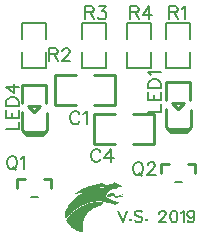
<source format=gto>
G04 Layer: TopSilkLayer*
G04 EasyEDA v6.2.44, 2019-09-24T20:15:28+02:00*
G04 525ee883efe64d3eb70f5621e6c7a3e3,c85b667672964722a5a42a972ddb0a92,10*
G04 Gerber Generator version 0.2*
G04 Scale: 100 percent, Rotated: No, Reflected: No *
G04 Dimensions in millimeters *
G04 leading zeros omitted , absolute positions ,3 integer and 3 decimal *
%FSLAX33Y33*%
%MOMM*%
G90*
G71D02*

%ADD10C,0.254000*%
%ADD16C,0.199898*%
%ADD17C,0.200000*%
%ADD18C,0.177800*%
%ADD19C,0.203200*%

%LPD*%

%LPD*%
G36*
G01X9747Y3764D02*
G01X9720Y3768D01*
G01X9670Y3762D01*
G01X9598Y3745D01*
G01X9502Y3720D01*
G01X9417Y3695D01*
G01X9346Y3671D01*
G01X9294Y3653D01*
G01X9271Y3641D01*
G01X9261Y3629D01*
G01X9250Y3608D01*
G01X9237Y3582D01*
G01X9224Y3553D01*
G01X9195Y3483D01*
G01X9281Y3433D01*
G01X9368Y3382D01*
G01X9471Y3434D01*
G01X9522Y3456D01*
G01X9575Y3472D01*
G01X9628Y3480D01*
G01X9680Y3481D01*
G01X9732Y3476D01*
G01X9783Y3463D01*
G01X9831Y3443D01*
G01X9878Y3416D01*
G01X9927Y3387D01*
G01X9971Y3372D01*
G01X10029Y3369D01*
G01X10122Y3375D01*
G01X10218Y3382D01*
G01X10306Y3391D01*
G01X10384Y3401D01*
G01X10450Y3411D01*
G01X10504Y3422D01*
G01X10544Y3433D01*
G01X10568Y3444D01*
G01X10577Y3455D01*
G01X10568Y3470D01*
G01X10541Y3483D01*
G01X10489Y3495D01*
G01X10410Y3505D01*
G01X10392Y3511D01*
G01X10395Y3524D01*
G01X10424Y3550D01*
G01X10481Y3593D01*
G01X10574Y3664D01*
G01X10617Y3704D01*
G01X10607Y3711D01*
G01X10545Y3684D01*
G01X10480Y3652D01*
G01X10412Y3622D01*
G01X10346Y3594D01*
G01X10282Y3569D01*
G01X10222Y3549D01*
G01X10170Y3533D01*
G01X10127Y3523D01*
G01X10097Y3519D01*
G01X10030Y3526D01*
G01X9972Y3543D01*
G01X9927Y3567D01*
G01X9904Y3597D01*
G01X9882Y3636D01*
G01X9839Y3686D01*
G01X9791Y3732D01*
G01X9747Y3764D01*
G37*

%LPD*%
G36*
G01X9865Y4647D02*
G01X9825Y4652D01*
G01X9796Y4648D01*
G01X9771Y4634D01*
G01X9744Y4608D01*
G01X9682Y4556D01*
G01X9607Y4517D01*
G01X9525Y4493D01*
G01X9444Y4488D01*
G01X9402Y4488D01*
G01X9361Y4483D01*
G01X9322Y4473D01*
G01X9287Y4459D01*
G01X9247Y4440D01*
G01X9219Y4435D01*
G01X9189Y4446D01*
G01X9146Y4473D01*
G01X9071Y4516D01*
G01X8987Y4551D01*
G01X8894Y4580D01*
G01X8792Y4601D01*
G01X8728Y4609D01*
G01X8671Y4606D01*
G01X8600Y4588D01*
G01X8494Y4553D01*
G01X8451Y4538D01*
G01X8401Y4523D01*
G01X8346Y4507D01*
G01X8289Y4491D01*
G01X8171Y4461D01*
G01X8115Y4448D01*
G01X8062Y4436D01*
G01X8003Y4424D01*
G01X7945Y4410D01*
G01X7831Y4382D01*
G01X7776Y4367D01*
G01X7721Y4351D01*
G01X7667Y4334D01*
G01X7614Y4318D01*
G01X7509Y4281D01*
G01X7407Y4241D01*
G01X7306Y4199D01*
G01X7256Y4176D01*
G01X7206Y4152D01*
G01X7150Y4124D01*
G01X7088Y4091D01*
G01X7022Y4054D01*
G01X6953Y4015D01*
G01X6884Y3973D01*
G01X6816Y3931D01*
G01X6752Y3891D01*
G01X6692Y3852D01*
G01X6640Y3816D01*
G01X6597Y3784D01*
G01X6564Y3758D01*
G01X6544Y3739D01*
G01X6533Y3723D01*
G01X6536Y3714D01*
G01X6556Y3710D01*
G01X6596Y3709D01*
G01X6644Y3713D01*
G01X6715Y3726D01*
G01X6802Y3744D01*
G01X6894Y3766D01*
G01X6983Y3788D01*
G01X7066Y3806D01*
G01X7132Y3818D01*
G01X7172Y3823D01*
G01X7195Y3818D01*
G01X7182Y3800D01*
G01X7126Y3761D01*
G01X7018Y3695D01*
G01X6961Y3661D01*
G01X6906Y3626D01*
G01X6851Y3590D01*
G01X6797Y3552D01*
G01X6744Y3515D01*
G01X6692Y3476D01*
G01X6641Y3437D01*
G01X6541Y3355D01*
G01X6492Y3313D01*
G01X6444Y3270D01*
G01X6352Y3182D01*
G01X6306Y3136D01*
G01X6262Y3090D01*
G01X6218Y3043D01*
G01X6176Y2995D01*
G01X6134Y2946D01*
G01X6093Y2897D01*
G01X6053Y2847D01*
G01X6014Y2796D01*
G01X5938Y2690D01*
G01X5901Y2637D01*
G01X5866Y2583D01*
G01X5831Y2527D01*
G01X5797Y2471D01*
G01X5764Y2414D01*
G01X5701Y2300D01*
G01X5664Y2220D01*
G01X5645Y2155D01*
G01X5637Y2087D01*
G01X5636Y2039D01*
G01X5640Y1982D01*
G01X5646Y1919D01*
G01X5656Y1852D01*
G01X5667Y1784D01*
G01X5681Y1718D01*
G01X5697Y1656D01*
G01X5715Y1600D01*
G01X5738Y1532D01*
G01X5861Y1688D01*
G01X5897Y1731D01*
G01X5938Y1779D01*
G01X5982Y1829D01*
G01X6030Y1881D01*
G01X6080Y1933D01*
G01X6132Y1987D01*
G01X6185Y2040D01*
G01X6238Y2092D01*
G01X6291Y2143D01*
G01X6343Y2191D01*
G01X6393Y2236D01*
G01X6440Y2277D01*
G01X6484Y2314D01*
G01X6523Y2345D01*
G01X6558Y2371D01*
G01X6587Y2390D01*
G01X6640Y2421D01*
G01X6695Y2455D01*
G01X6747Y2488D01*
G01X6789Y2517D01*
G01X6840Y2551D01*
G01X6894Y2585D01*
G01X6948Y2618D01*
G01X7005Y2650D01*
G01X7123Y2712D01*
G01X7184Y2741D01*
G01X7246Y2769D01*
G01X7308Y2796D01*
G01X7372Y2821D01*
G01X7435Y2846D01*
G01X7500Y2869D01*
G01X7555Y2887D01*
G01X7614Y2906D01*
G01X7672Y2924D01*
G01X7730Y2940D01*
G01X7783Y2955D01*
G01X7830Y2966D01*
G01X7868Y2975D01*
G01X7897Y2980D01*
G01X7925Y2985D01*
G01X7971Y2993D01*
G01X8030Y3004D01*
G01X8096Y3017D01*
G01X8155Y3028D01*
G01X8215Y3036D01*
G01X8277Y3043D01*
G01X8340Y3049D01*
G01X8403Y3053D01*
G01X8466Y3055D01*
G01X8529Y3056D01*
G01X8591Y3055D01*
G01X8652Y3053D01*
G01X8712Y3049D01*
G01X8770Y3043D01*
G01X8825Y3036D01*
G01X8877Y3027D01*
G01X8927Y3017D01*
G01X8973Y3006D01*
G01X9014Y2993D01*
G01X9053Y2981D01*
G01X9117Y2967D01*
G01X9195Y2951D01*
G01X9281Y2934D01*
G01X9327Y2925D01*
G01X9379Y2914D01*
G01X9434Y2902D01*
G01X9545Y2873D01*
G01X9600Y2858D01*
G01X9650Y2843D01*
G01X9696Y2829D01*
G01X9900Y2762D01*
G01X10072Y2852D01*
G01X10139Y2888D01*
G01X10195Y2922D01*
G01X10233Y2947D01*
G01X10249Y2963D01*
G01X10244Y2972D01*
G01X10222Y2984D01*
G01X10189Y2996D01*
G01X10147Y3007D01*
G01X10098Y3020D01*
G01X10045Y3034D01*
G01X9988Y3052D01*
G01X9929Y3071D01*
G01X9867Y3093D01*
G01X9805Y3116D01*
G01X9741Y3141D01*
G01X9677Y3167D01*
G01X9613Y3195D01*
G01X9489Y3251D01*
G01X9431Y3280D01*
G01X9374Y3309D01*
G01X9321Y3337D01*
G01X9273Y3365D01*
G01X9228Y3392D01*
G01X9167Y3433D01*
G01X9137Y3460D01*
G01X9130Y3486D01*
G01X9139Y3523D01*
G01X9155Y3573D01*
G01X9177Y3623D01*
G01X9202Y3672D01*
G01X9231Y3722D01*
G01X9264Y3769D01*
G01X9299Y3816D01*
G01X9337Y3860D01*
G01X9377Y3901D01*
G01X9419Y3940D01*
G01X9462Y3974D01*
G01X9506Y4004D01*
G01X9550Y4029D01*
G01X9592Y4048D01*
G01X9639Y4067D01*
G01X9689Y4083D01*
G01X9741Y4098D01*
G01X9793Y4109D01*
G01X9843Y4118D01*
G01X9891Y4124D01*
G01X9933Y4125D01*
G01X9980Y4128D01*
G01X10015Y4137D01*
G01X10044Y4154D01*
G01X10075Y4182D01*
G01X10103Y4207D01*
G01X10137Y4231D01*
G01X10175Y4253D01*
G01X10211Y4270D01*
G01X10264Y4287D01*
G01X10318Y4292D01*
G01X10396Y4285D01*
G01X10520Y4267D01*
G01X10587Y4256D01*
G01X10512Y4322D01*
G01X10469Y4357D01*
G01X10422Y4392D01*
G01X10369Y4427D01*
G01X10313Y4461D01*
G01X10254Y4494D01*
G01X10194Y4526D01*
G01X10134Y4555D01*
G01X10074Y4582D01*
G01X10016Y4605D01*
G01X9961Y4623D01*
G01X9911Y4638D01*
G01X9865Y4647D01*
G37*

%LPC*%
G36*
G01X9003Y4274D02*
G01X8967Y4274D01*
G01X8878Y4268D01*
G01X8763Y4256D01*
G01X8661Y4243D01*
G01X8614Y4233D01*
G01X8619Y4228D01*
G01X8639Y4218D01*
G01X8669Y4206D01*
G01X8707Y4193D01*
G01X8807Y4158D01*
G01X8920Y4217D01*
G01X8983Y4250D01*
G01X9010Y4267D01*
G01X9003Y4274D01*
G37*

%LPD*%
G36*
G01X8475Y3020D02*
G01X8428Y3021D01*
G01X8385Y3020D01*
G01X8343Y3018D01*
G01X8302Y3014D01*
G01X8260Y3009D01*
G01X8214Y3002D01*
G01X8163Y2993D01*
G01X8103Y2981D01*
G01X8035Y2967D01*
G01X7954Y2950D01*
G01X7881Y2935D01*
G01X7812Y2919D01*
G01X7747Y2905D01*
G01X7689Y2892D01*
G01X7639Y2880D01*
G01X7599Y2871D01*
G01X7571Y2864D01*
G01X7557Y2859D01*
G01X7533Y2849D01*
G01X7496Y2835D01*
G01X7452Y2817D01*
G01X7405Y2799D01*
G01X7350Y2777D01*
G01X7290Y2751D01*
G01X7228Y2723D01*
G01X7165Y2694D01*
G01X7104Y2664D01*
G01X7049Y2637D01*
G01X6999Y2610D01*
G01X6960Y2587D01*
G01X6889Y2544D01*
G01X6820Y2500D01*
G01X6754Y2457D01*
G01X6691Y2414D01*
G01X6630Y2371D01*
G01X6571Y2329D01*
G01X6516Y2286D01*
G01X6462Y2243D01*
G01X6410Y2201D01*
G01X6361Y2159D01*
G01X6313Y2116D01*
G01X6269Y2074D01*
G01X6214Y2019D01*
G01X6157Y1960D01*
G01X6100Y1899D01*
G01X6043Y1836D01*
G01X5988Y1774D01*
G01X5937Y1713D01*
G01X5890Y1657D01*
G01X5849Y1604D01*
G01X5815Y1559D01*
G01X5789Y1520D01*
G01X5772Y1491D01*
G01X5766Y1473D01*
G01X5775Y1441D01*
G01X5799Y1391D01*
G01X5835Y1327D01*
G01X5881Y1255D01*
G01X5932Y1179D01*
G01X5986Y1103D01*
G01X6040Y1034D01*
G01X6090Y975D01*
G01X6142Y923D01*
G01X6199Y869D01*
G01X6261Y817D01*
G01X6325Y766D01*
G01X6392Y718D01*
G01X6459Y674D01*
G01X6525Y633D01*
G01X6590Y598D01*
G01X6647Y572D01*
G01X6713Y546D01*
G01X6784Y521D01*
G01X6858Y497D01*
G01X6932Y476D01*
G01X7003Y459D01*
G01X7068Y446D01*
G01X7124Y438D01*
G01X7242Y427D01*
G01X7217Y511D01*
G01X7200Y573D01*
G01X7186Y636D01*
G01X7174Y702D01*
G01X7166Y769D01*
G01X7160Y837D01*
G01X7157Y906D01*
G01X7157Y976D01*
G01X7159Y1046D01*
G01X7164Y1117D01*
G01X7172Y1187D01*
G01X7183Y1257D01*
G01X7196Y1326D01*
G01X7211Y1395D01*
G01X7229Y1462D01*
G01X7251Y1528D01*
G01X7274Y1592D01*
G01X7295Y1644D01*
G01X7320Y1696D01*
G01X7347Y1748D01*
G01X7376Y1800D01*
G01X7408Y1852D01*
G01X7442Y1902D01*
G01X7477Y1953D01*
G01X7515Y2002D01*
G01X7554Y2050D01*
G01X7595Y2097D01*
G01X7637Y2142D01*
G01X7680Y2186D01*
G01X7725Y2228D01*
G01X7770Y2267D01*
G01X7816Y2304D01*
G01X7862Y2339D01*
G01X7916Y2375D01*
G01X7975Y2410D01*
G01X8038Y2445D01*
G01X8104Y2479D01*
G01X8171Y2510D01*
G01X8238Y2538D01*
G01X8304Y2564D01*
G01X8368Y2586D01*
G01X8428Y2605D01*
G01X8484Y2618D01*
G01X8533Y2626D01*
G01X8575Y2629D01*
G01X8600Y2634D01*
G01X8625Y2650D01*
G01X8652Y2679D01*
G01X8684Y2725D01*
G01X8715Y2768D01*
G01X8754Y2816D01*
G01X8797Y2863D01*
G01X8839Y2902D01*
G01X8884Y2943D01*
G01X8907Y2970D01*
G01X8912Y2987D01*
G01X8901Y2996D01*
G01X8867Y3002D01*
G01X8797Y3007D01*
G01X8702Y3013D01*
G01X8591Y3017D01*
G01X8529Y3019D01*
G01X8475Y3020D01*
G37*

%LPD*%
G54D16*
G01X14204Y15701D02*
G01X14204Y14380D01*
G01X16275Y14380D01*
G01X16275Y15701D01*
G01X14204Y16833D02*
G01X14204Y18153D01*
G01X16275Y18153D01*
G01X16275Y16833D01*
G01X2012Y15701D02*
G01X2012Y14380D01*
G01X4083Y14380D01*
G01X4083Y15701D01*
G01X2012Y16833D02*
G01X2012Y18153D01*
G01X4083Y18153D01*
G01X4083Y16833D01*
G01X9163Y16810D02*
G01X9163Y18131D01*
G01X7092Y18131D01*
G01X7092Y16810D01*
G01X9163Y15678D02*
G01X9163Y14358D01*
G01X7092Y14358D01*
G01X7092Y15678D01*
G01X12973Y16810D02*
G01X12973Y18131D01*
G01X10902Y18131D01*
G01X10902Y16810D01*
G01X12973Y15678D02*
G01X12973Y14358D01*
G01X10902Y14358D01*
G01X10902Y15678D01*
G54D10*
G01X4064Y11348D02*
G01X4064Y12898D01*
G01X2032Y12898D01*
G01X2032Y11348D01*
G01X4089Y10561D02*
G01X4089Y9088D01*
G01X3683Y8681D01*
G01X2413Y8681D01*
G01X2032Y9062D01*
G01X2032Y10586D01*
G01X3548Y11122D02*
G01X2547Y11122D01*
G01X2547Y11122D01*
G01X3048Y10622D01*
G01X3048Y10622D01*
G01X3548Y11122D01*
G01X3848Y8923D02*
G01X2247Y8923D01*
G01X16256Y11602D02*
G01X16256Y13152D01*
G01X14224Y13152D01*
G01X14224Y11602D01*
G01X16281Y10815D02*
G01X16281Y9342D01*
G01X15875Y8935D01*
G01X14605Y8935D01*
G01X14224Y9316D01*
G01X14224Y10840D01*
G01X15740Y11376D02*
G01X14739Y11376D01*
G01X14739Y11376D01*
G01X15240Y10876D01*
G01X15240Y10876D01*
G01X15740Y11376D01*
G01X16040Y9177D02*
G01X14439Y9177D01*
G01X16040Y6237D02*
G01X16699Y6237D01*
G01X16040Y6237D01*
G01X16699Y6237D01*
G01X16699Y5422D01*
G01X13780Y5422D02*
G01X13780Y6237D01*
G01X14439Y6237D01*
G54D17*
G01X14940Y4688D02*
G01X15539Y4688D01*
G54D10*
G01X3848Y4967D02*
G01X4507Y4967D01*
G01X3848Y4967D01*
G01X4507Y4967D01*
G01X4507Y4152D01*
G01X1588Y4152D02*
G01X1588Y4967D01*
G01X2247Y4967D01*
G54D17*
G01X2748Y3418D02*
G01X3347Y3418D01*
G54D10*
G01X11430Y7874D02*
G01X13208Y7874D01*
G01X13208Y10414D01*
G01X11430Y10414D01*
G01X9906Y10414D02*
G01X8128Y10414D01*
G01X8128Y7874D01*
G01X9906Y7874D01*
G01X8128Y11176D02*
G01X9906Y11176D01*
G01X9906Y13716D01*
G01X8128Y13716D01*
G01X6604Y13716D02*
G01X4826Y13716D01*
G01X4826Y11176D01*
G01X6604Y11176D01*
G54D18*
G01X14477Y19558D02*
G01X14477Y18468D01*
G01X14477Y19558D02*
G01X14945Y19558D01*
G01X15100Y19507D01*
G01X15153Y19456D01*
G01X15204Y19352D01*
G01X15204Y19248D01*
G01X15153Y19144D01*
G01X15100Y19090D01*
G01X14945Y19040D01*
G01X14477Y19040D01*
G01X14841Y19040D02*
G01X15204Y18468D01*
G01X15547Y19352D02*
G01X15651Y19403D01*
G01X15808Y19558D01*
G01X15808Y18468D01*
G01X4317Y16002D02*
G01X4317Y14912D01*
G01X4317Y16002D02*
G01X4785Y16002D01*
G01X4940Y15951D01*
G01X4993Y15900D01*
G01X5044Y15796D01*
G01X5044Y15692D01*
G01X4993Y15588D01*
G01X4940Y15534D01*
G01X4785Y15483D01*
G01X4317Y15483D01*
G01X4681Y15483D02*
G01X5044Y14912D01*
G01X5440Y15743D02*
G01X5440Y15796D01*
G01X5491Y15900D01*
G01X5544Y15951D01*
G01X5648Y16002D01*
G01X5854Y16002D01*
G01X5958Y15951D01*
G01X6012Y15900D01*
G01X6062Y15796D01*
G01X6062Y15692D01*
G01X6012Y15588D01*
G01X5908Y15430D01*
G01X5387Y14912D01*
G01X6116Y14912D01*
G01X7366Y19558D02*
G01X7366Y18468D01*
G01X7366Y19558D02*
G01X7833Y19558D01*
G01X7988Y19507D01*
G01X8041Y19456D01*
G01X8092Y19352D01*
G01X8092Y19248D01*
G01X8041Y19144D01*
G01X7988Y19090D01*
G01X7833Y19040D01*
G01X7366Y19040D01*
G01X7729Y19040D02*
G01X8092Y18468D01*
G01X8539Y19558D02*
G01X9110Y19558D01*
G01X8801Y19144D01*
G01X8956Y19144D01*
G01X9060Y19090D01*
G01X9110Y19040D01*
G01X9164Y18885D01*
G01X9164Y18780D01*
G01X9110Y18623D01*
G01X9006Y18519D01*
G01X8851Y18468D01*
G01X8696Y18468D01*
G01X8539Y18519D01*
G01X8488Y18572D01*
G01X8435Y18676D01*
G01X11176Y19558D02*
G01X11176Y18468D01*
G01X11176Y19558D02*
G01X11643Y19558D01*
G01X11798Y19507D01*
G01X11851Y19456D01*
G01X11902Y19352D01*
G01X11902Y19248D01*
G01X11851Y19144D01*
G01X11798Y19090D01*
G01X11643Y19040D01*
G01X11176Y19040D01*
G01X11539Y19040D02*
G01X11902Y18468D01*
G01X12766Y19558D02*
G01X12245Y18831D01*
G01X13025Y18831D01*
G01X12766Y19558D02*
G01X12766Y18468D01*
G01X647Y9144D02*
G01X1737Y9144D01*
G01X1737Y9144D02*
G01X1737Y9766D01*
G01X647Y10109D02*
G01X1737Y10109D01*
G01X647Y10109D02*
G01X647Y10784D01*
G01X1165Y10109D02*
G01X1165Y10525D01*
G01X1737Y10109D02*
G01X1737Y10784D01*
G01X647Y11127D02*
G01X1737Y11127D01*
G01X647Y11127D02*
G01X647Y11493D01*
G01X698Y11648D01*
G01X802Y11752D01*
G01X906Y11803D01*
G01X1061Y11856D01*
G01X1320Y11856D01*
G01X1478Y11803D01*
G01X1582Y11752D01*
G01X1686Y11648D01*
G01X1737Y11493D01*
G01X1737Y11127D01*
G01X647Y12717D02*
G01X1374Y12199D01*
G01X1374Y12979D01*
G01X647Y12717D02*
G01X1737Y12717D01*
G01X12699Y10655D02*
G01X13789Y10655D01*
G01X13789Y10655D02*
G01X13789Y11277D01*
G01X12699Y11620D02*
G01X13789Y11620D01*
G01X12699Y11620D02*
G01X12699Y12295D01*
G01X13217Y11620D02*
G01X13217Y12036D01*
G01X13789Y11620D02*
G01X13789Y12295D01*
G01X12699Y12638D02*
G01X13789Y12638D01*
G01X12699Y12638D02*
G01X12699Y13004D01*
G01X12750Y13159D01*
G01X12854Y13263D01*
G01X12958Y13314D01*
G01X13113Y13367D01*
G01X13372Y13367D01*
G01X13530Y13314D01*
G01X13634Y13263D01*
G01X13738Y13159D01*
G01X13789Y13004D01*
G01X13789Y12638D01*
G01X12905Y13710D02*
G01X12854Y13814D01*
G01X12699Y13969D01*
G01X13789Y13969D01*
G01X11742Y6350D02*
G01X11638Y6299D01*
G01X11534Y6195D01*
G01X11480Y6091D01*
G01X11430Y5936D01*
G01X11430Y5677D01*
G01X11480Y5519D01*
G01X11534Y5415D01*
G01X11638Y5311D01*
G01X11742Y5260D01*
G01X11950Y5260D01*
G01X12052Y5311D01*
G01X12156Y5415D01*
G01X12209Y5519D01*
G01X12260Y5677D01*
G01X12260Y5936D01*
G01X12209Y6091D01*
G01X12156Y6195D01*
G01X12052Y6299D01*
G01X11950Y6350D01*
G01X11742Y6350D01*
G01X11897Y5468D02*
G01X12209Y5156D01*
G01X12656Y6091D02*
G01X12656Y6144D01*
G01X12707Y6248D01*
G01X12760Y6299D01*
G01X12865Y6350D01*
G01X13070Y6350D01*
G01X13174Y6299D01*
G01X13228Y6248D01*
G01X13279Y6144D01*
G01X13279Y6040D01*
G01X13228Y5936D01*
G01X13124Y5778D01*
G01X12603Y5260D01*
G01X13332Y5260D01*
G01X1074Y6858D02*
G01X970Y6807D01*
G01X866Y6703D01*
G01X812Y6599D01*
G01X762Y6444D01*
G01X762Y6185D01*
G01X812Y6027D01*
G01X866Y5923D01*
G01X970Y5819D01*
G01X1074Y5768D01*
G01X1282Y5768D01*
G01X1384Y5819D01*
G01X1488Y5923D01*
G01X1541Y6027D01*
G01X1592Y6185D01*
G01X1592Y6444D01*
G01X1541Y6599D01*
G01X1488Y6703D01*
G01X1384Y6807D01*
G01X1282Y6858D01*
G01X1074Y6858D01*
G01X1229Y5976D02*
G01X1541Y5664D01*
G01X1935Y6652D02*
G01X2039Y6703D01*
G01X2197Y6858D01*
G01X2197Y5768D01*
G01X8653Y7221D02*
G01X8600Y7325D01*
G01X8496Y7429D01*
G01X8394Y7480D01*
G01X8186Y7480D01*
G01X8082Y7429D01*
G01X7978Y7325D01*
G01X7924Y7221D01*
G01X7874Y7066D01*
G01X7874Y6807D01*
G01X7924Y6649D01*
G01X7978Y6545D01*
G01X8082Y6441D01*
G01X8186Y6390D01*
G01X8394Y6390D01*
G01X8496Y6441D01*
G01X8600Y6545D01*
G01X8653Y6649D01*
G01X9514Y7480D02*
G01X8996Y6753D01*
G01X9776Y6753D01*
G01X9514Y7480D02*
G01X9514Y6390D01*
G01X6875Y10409D02*
G01X6822Y10513D01*
G01X6718Y10617D01*
G01X6616Y10668D01*
G01X6408Y10668D01*
G01X6304Y10617D01*
G01X6200Y10513D01*
G01X6146Y10409D01*
G01X6096Y10254D01*
G01X6096Y9995D01*
G01X6146Y9837D01*
G01X6200Y9733D01*
G01X6304Y9629D01*
G01X6408Y9578D01*
G01X6616Y9578D01*
G01X6718Y9629D01*
G01X6822Y9733D01*
G01X6875Y9837D01*
G01X7218Y10462D02*
G01X7322Y10513D01*
G01X7477Y10668D01*
G01X7477Y9578D01*
G54D19*
G01X10160Y2247D02*
G01X10523Y1292D01*
G01X10886Y2247D02*
G01X10523Y1292D01*
G01X11231Y1518D02*
G01X11186Y1475D01*
G01X11231Y1430D01*
G01X11277Y1475D01*
G01X11231Y1518D01*
G01X12214Y2110D02*
G01X12123Y2202D01*
G01X11986Y2247D01*
G01X11805Y2247D01*
G01X11668Y2202D01*
G01X11577Y2110D01*
G01X11577Y2019D01*
G01X11623Y1927D01*
G01X11668Y1884D01*
G01X11760Y1838D01*
G01X12031Y1747D01*
G01X12123Y1701D01*
G01X12169Y1656D01*
G01X12214Y1564D01*
G01X12214Y1430D01*
G01X12123Y1338D01*
G01X11986Y1292D01*
G01X11805Y1292D01*
G01X11668Y1338D01*
G01X11577Y1430D01*
G01X12560Y1518D02*
G01X12514Y1475D01*
G01X12560Y1430D01*
G01X12606Y1475D01*
G01X12560Y1518D01*
G01X13649Y2019D02*
G01X13649Y2065D01*
G01X13695Y2156D01*
G01X13741Y2202D01*
G01X13832Y2247D01*
G01X14015Y2247D01*
G01X14104Y2202D01*
G01X14150Y2156D01*
G01X14196Y2065D01*
G01X14196Y1973D01*
G01X14150Y1884D01*
G01X14058Y1747D01*
G01X13604Y1292D01*
G01X14241Y1292D01*
G01X14813Y2247D02*
G01X14678Y2202D01*
G01X14587Y2065D01*
G01X14541Y1838D01*
G01X14541Y1701D01*
G01X14587Y1475D01*
G01X14678Y1338D01*
G01X14813Y1292D01*
G01X14904Y1292D01*
G01X15041Y1338D01*
G01X15133Y1475D01*
G01X15179Y1701D01*
G01X15179Y1838D01*
G01X15133Y2065D01*
G01X15041Y2202D01*
G01X14904Y2247D01*
G01X14813Y2247D01*
G01X15478Y2065D02*
G01X15570Y2110D01*
G01X15704Y2247D01*
G01X15704Y1292D01*
G01X16596Y1927D02*
G01X16550Y1793D01*
G01X16459Y1701D01*
G01X16324Y1656D01*
G01X16278Y1656D01*
G01X16141Y1701D01*
G01X16050Y1793D01*
G01X16004Y1927D01*
G01X16004Y1973D01*
G01X16050Y2110D01*
G01X16141Y2202D01*
G01X16278Y2247D01*
G01X16324Y2247D01*
G01X16459Y2202D01*
G01X16550Y2110D01*
G01X16596Y1927D01*
G01X16596Y1701D01*
G01X16550Y1475D01*
G01X16459Y1338D01*
G01X16324Y1292D01*
G01X16233Y1292D01*
G01X16095Y1338D01*
G01X16050Y1430D01*
M00*
M02*

</source>
